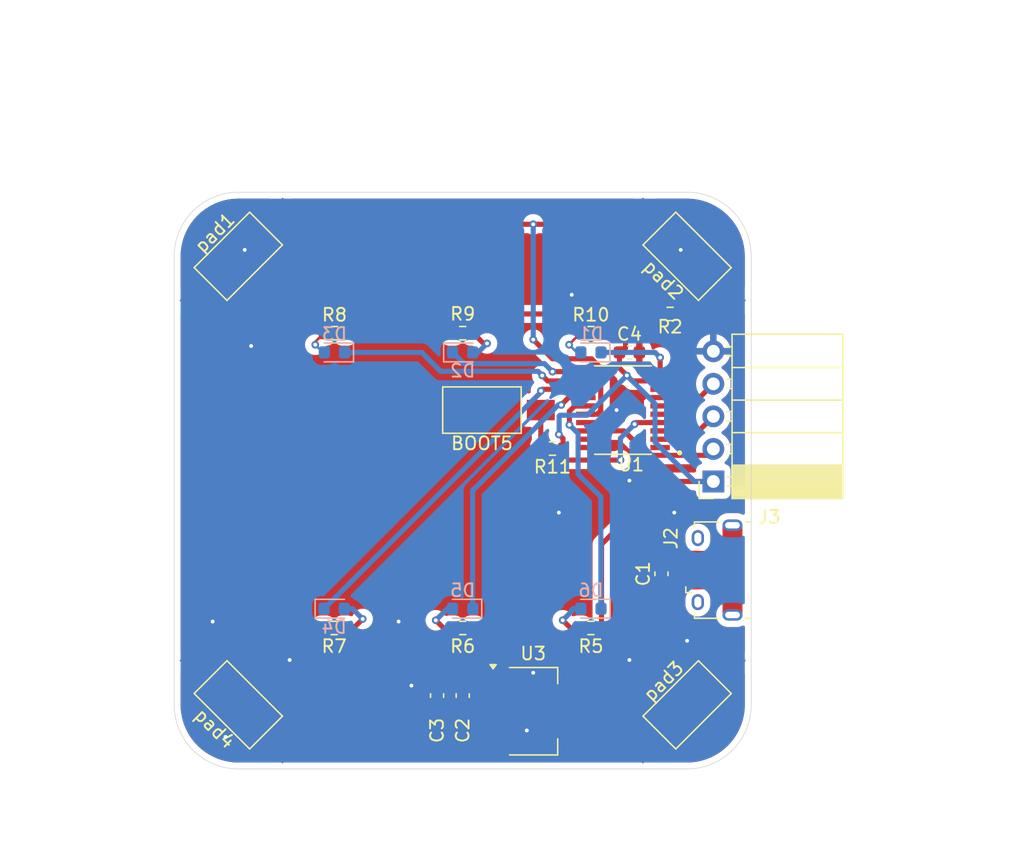
<source format=kicad_pcb>
(kicad_pcb (version 20240108) (generator "pcbnew") (generator_version "8.0")
  (layers (0 "F.Cu" signal) (31 "B.Cu" signal) (34 "B.Paste" user) (35 "F.Paste" user) (36 "B.SilkS" user "B.Silkscreen") (37 "F.SilkS" user "F.Silkscreen") (38 "B.Mask" user) (39 "F.Mask" user) (44 "Edge.Cuts" user))
  (net 0 "")
  (net 1 "GND")
  (net 3 "Net-(U1-PD7{slash}~{RST}{slash}T2CH4{slash}OPP1)")
  (net 4 "+5V")
  (net 5 "+3V3")
  (net 7 "Net-(D1-A)")
  (net 9 "LED1")
  (net 12 "LED2")
  (net 14 "Net-(D2-A)")
  (net 16 "Net-(D3-A)")
  (net 17 "LED3")
  (net 18 "Net-(D4-A)")
  (net 19 "LED4")
  (net 20 "LED5")
  (net 21 "Net-(D5-A)")
  (net 22 "Net-(D6-A)")
  (net 23 "LED6")
  (net 24 "D-")
  (net 26 "D+")
  (net 28 "URX")
  (net 29 "UTX")
  (net 30 "SWIO")
  (net 31 "BUTTON")
  (footprint "Capacitor_SMD:C_0603_1608Metric" (layer "F.Cu") (at 107.5 89.275 90)
    (property "Reference" "C2" (at -2.725 0 90) (layer "F.SilkS"))
    (property "Value" "C")
    (fp_line (start -0.14058 -0.51) (end 0.14058 -0.51) (stroke (width 0.12)) (layer "F.SilkS"))
    (fp_line (start -0.14058 0.51) (end 0.14058 0.51) (stroke (width 0.12)) (layer "F.SilkS"))
    (pad "1" smd roundrect (at -0.775 0 90) (size 0.9 0.95) (layers "F.Cu" "F.Paste" "F.Mask") (net 5 "+3V3"))
    (pad "2" smd roundrect (at 0.775 0 90) (size 0.9 0.95) (layers "F.Cu" "F.Paste" "F.Mask") (net 1 "GND"))
  )
  (footprint "Resistor_SMD:R_0603_1608Metric" (layer "F.Cu") (at 107.5 84 180)
    (property "Reference" "R6" (at 0 -1.43 0) (layer "F.SilkS"))
    (property "Value" "R_Small")
    (fp_line (start -0.237258 0.5225) (end 0.237258 0.5225) (stroke (width 0.12)) (layer "F.SilkS"))
    (fp_line (start -0.237258 -0.5225) (end 0.237258 -0.5225) (stroke (width 0.12)) (layer "F.SilkS"))
    (pad "1" smd roundrect (at -0.825 0 180) (size 0.8 0.95) (layers "F.Cu" "F.Paste" "F.Mask") (net 5 "+3V3"))
    (pad "2" smd roundrect (at 0.825 0 180) (size 0.8 0.95) (layers "F.Cu" "F.Paste" "F.Mask") (net 21 "Net-(D5-A)"))
  )
  (footprint "CH32V003F4P6:SOP65P640X121-20N" (layer "F.Cu") (at 120 67 180)
    (property "Reference" "U1" (at -0.645 -4.262 0) (layer "F.SilkS"))
    (property "Value" "CH32V003F4P6")
    (fp_line (start -2.2 3.45) (end 2.2 3.45) (stroke (width 0.127)) (layer "F.SilkS"))
    (fp_line (start -2.2 -3.45) (end 2.2 -3.45) (stroke (width 0.127)) (layer "F.SilkS"))
    (fp_circle (center -4.415 -3.335) (end -4.315 -3.335) (stroke (width 0.2)) (fill none) (layer "F.SilkS"))
    (pad "1" smd roundrect (at -2.895 -2.925 180) (size 1.52 0.41) (layers "F.Cu" "F.Paste" "F.Mask") (roundrect_rratio 0.06))
    (pad "2" smd roundrect (at -2.895 -2.275 180) (size 1.52 0.41) (layers "F.Cu" "F.Paste" "F.Mask") (roundrect_rratio 0.06) (net 29 "UTX"))
    (pad "3" smd roundrect (at -2.895 -1.625 180) (size 1.52 0.41) (layers "F.Cu" "F.Paste" "F.Mask") (roundrect_rratio 0.06) (net 28 "URX"))
    (pad "4" smd roundrect (at -2.895 -0.975 180) (size 1.52 0.41) (layers "F.Cu" "F.Paste" "F.Mask") (roundrect_rratio 0.06) (net 3 "Net-(U1-PD7{slash}~{RST}{slash}T2CH4{slash}OPP1)"))
    (pad "5" smd roundrect (at -2.895 -0.325 180) (size 1.52 0.41) (layers "F.Cu" "F.Paste" "F.Mask") (roundrect_rratio 0.06))
    (pad "6" smd roundrect (at -2.895 0.325 180) (size 1.52 0.41) (layers "F.Cu" "F.Paste" "F.Mask") (roundrect_rratio 0.06))
    (pad "7" smd roundrect (at -2.895 0.975 180) (size 1.52 0.41) (layers "F.Cu" "F.Paste" "F.Mask") (roundrect_rratio 0.06) (net 1 "GND"))
    (pad "8" smd roundrect (at -2.895 1.625 180) (size 1.52 0.41) (layers "F.Cu" "F.Paste" "F.Mask") (roundrect_rratio 0.06))
    (pad "9" smd roundrect (at -2.895 2.275 180) (size 1.52 0.41) (layers "F.Cu" "F.Paste" "F.Mask") (roundrect_rratio 0.06) (net 5 "+3V3"))
    (pad "10" smd roundrect (at -2.895 2.925 180) (size 1.52 0.41) (layers "F.Cu" "F.Paste" "F.Mask") (roundrect_rratio 0.06) (net 9 "LED1"))
    (pad "11" smd roundrect (at 2.895 2.925 180) (size 1.52 0.41) (layers "F.Cu" "F.Paste" "F.Mask") (roundrect_rratio 0.06) (net 12 "LED2"))
    (pad "12" smd roundrect (at 2.895 2.275 180) (size 1.52 0.41) (layers "F.Cu" "F.Paste" "F.Mask") (roundrect_rratio 0.06) (net 17 "LED3"))
    (pad "13" smd roundrect (at 2.895 1.625 180) (size 1.52 0.41) (layers "F.Cu" "F.Paste" "F.Mask") (roundrect_rratio 0.06) (net 19 "LED4"))
    (pad "14" smd roundrect (at 2.895 0.975 180) (size 1.52 0.41) (layers "F.Cu" "F.Paste" "F.Mask") (roundrect_rratio 0.06) (net 20 "LED5"))
    (pad "15" smd roundrect (at 2.895 0.325 180) (size 1.52 0.41) (layers "F.Cu" "F.Paste" "F.Mask") (roundrect_rratio 0.06) (net 23 "LED6"))
    (pad "16" smd roundrect (at 2.895 -0.325 180) (size 1.52 0.41) (layers "F.Cu" "F.Paste" "F.Mask") (roundrect_rratio 0.06) (net 31 "BUTTON"))
    (pad "17" smd roundrect (at 2.895 -0.975 180) (size 1.52 0.41) (layers "F.Cu" "F.Paste" "F.Mask") (roundrect_rratio 0.06))
    (pad "18" smd roundrect (at 2.895 -1.625 180) (size 1.52 0.41) (layers "F.Cu" "F.Paste" "F.Mask") (roundrect_rratio 0.06) (net 30 "SWIO"))
    (pad "19" smd roundrect (at 2.895 -2.275 180) (size 1.52 0.41) (layers "F.Cu" "F.Paste" "F.Mask") (roundrect_rratio 0.06))
    (pad "20" smd roundrect (at 2.895 -2.925 180) (size 1.52 0.41) (layers "F.Cu" "F.Paste" "F.Mask") (roundrect_rratio 0.06))
  )
  (footprint "Resistor_SMD:R_0603_1608Metric" (layer "F.Cu") (at 117.5 61)
    (property "Reference" "R10" (at 0 -1.43 0) (layer "F.SilkS"))
    (property "Value" "R_Small")
    (fp_line (start -0.237258 -0.5225) (end 0.237258 -0.5225) (stroke (width 0.12)) (layer "F.SilkS"))
    (fp_line (start -0.237258 0.5225) (end 0.237258 0.5225) (stroke (width 0.12)) (layer "F.SilkS"))
    (pad "1" smd roundrect (at -0.825 0) (size 0.8 0.95) (layers "F.Cu" "F.Paste" "F.Mask") (net 7 "Net-(D1-A)"))
    (pad "2" smd roundrect (at 0.825 0) (size 0.8 0.95) (layers "F.Cu" "F.Paste" "F.Mask") (net 5 "+3V3"))
  )
  (footprint "Button_Switch_SMD:SW_SPST_FSMSM" (layer "F.Cu") (at 109 67 180)
    (property "Reference" "BOOT5" (at 0 -2.6 0) (layer "F.SilkS"))
    (property "Value" "SW_Push")
    (fp_line (start 3.06 1.81) (end -3.06 1.81) (stroke (width 0.12)) (layer "F.SilkS"))
    (fp_line (start 3.06 -1.81) (end 3.06 1.81) (stroke (width 0.12)) (layer "F.SilkS"))
    (fp_line (start -3.06 1.81) (end -3.06 -1.81) (stroke (width 0.12)) (layer "F.SilkS"))
    (fp_line (start -3.06 -1.81) (end 3.06 -1.81) (stroke (width 0.12)) (layer "F.SilkS"))
    (pad "1" smd rect (at -4.59 0 180) (size 2.18 1.6) (layers "F.Cu" "F.Paste" "F.Mask") (net 3 "Net-(U1-PD7{slash}~{RST}{slash}T2CH4{slash}OPP1)"))
    (pad "2" smd rect (at 4.59 0 180) (size 2.18 1.6) (layers "F.Cu" "F.Paste" "F.Mask") (net 1 "GND"))
  )
  (footprint "Capacitor_SMD:C_0603_1608Metric" (layer "F.Cu") (at 105.5 89.275 90)
    (property "Reference" "C3" (at -2.725 0 90) (layer "F.SilkS"))
    (property "Value" "C")
    (fp_line (start -0.14058 -0.51) (end 0.14058 -0.51) (stroke (width 0.12)) (layer "F.SilkS"))
    (fp_line (start -0.14058 0.51) (end 0.14058 0.51) (stroke (width 0.12)) (layer "F.SilkS"))
    (pad "1" smd roundrect (at -0.775 0 90) (size 0.9 0.95) (layers "F.Cu" "F.Paste" "F.Mask") (net 5 "+3V3"))
    (pad "2" smd roundrect (at 0.775 0 90) (size 0.9 0.95) (layers "F.Cu" "F.Paste" "F.Mask") (net 1 "GND"))
  )
  (footprint "Resistor_SMD:R_0603_1608Metric" (layer "F.Cu") (at 123.675 59.5)
    (property "Reference" "R2" (at 0 1 0) (layer "F.SilkS"))
    (property "Value" "R_Small")
    (fp_line (start -0.237258 -0.5225) (end 0.237258 -0.5225) (stroke (width 0.12)) (layer "F.SilkS"))
    (fp_line (start -0.237258 0.5225) (end 0.237258 0.5225) (stroke (width 0.12)) (layer "F.SilkS"))
    (pad "1" smd roundrect (at -0.825 0) (size 0.8 0.95) (layers "F.Cu" "F.Paste" "F.Mask") (net 5 "+3V3"))
    (pad "2" smd roundrect (at 0.825 0) (size 0.8 0.95) (layers "F.Cu" "F.Paste" "F.Mask") (net 31 "BUTTON"))
  )
  (footprint "Connector_USB:USB_Micro-B_Amphenol_10118194_Horizontal" (layer "F.Cu") (at 127.23884 79.485996 90)
    (property "Reference" "J2" (at 2.485996 -3.5 90) (layer "F.SilkS"))
    (property "Value" "USB_B_Micro")
    (fp_line (start -1.31 -2.34) (end -1.76 -2.34) (stroke (width 0.12)) (layer "F.SilkS"))
    (fp_line (start -1.76 -1.89) (end -1.76 -2.34) (stroke (width 0.12)) (layer "F.SilkS"))
    (fp_line (start 3.76 -1.66) (end 3.34 -1.66) (stroke (width 0.12)) (layer "F.SilkS"))
    (fp_line (start -3.76 -1.66) (end -3.34 -1.66) (stroke (width 0.12)) (layer "F.SilkS"))
    (fp_line (start 3.76 0.32) (end 3.76 -1.66) (stroke (width 0.12)) (layer "F.SilkS"))
    (fp_line (start -3.76 0.32) (end -3.76 -1.66) (stroke (width 0.12)) (layer "F.SilkS"))
    (fp_line (start 3.76 2.29) (end 3.76 2.69) (stroke (width 0.12)) (layer "F.SilkS"))
    (fp_line (start -3.76 2.69) (end -3.76 2.29) (stroke (width 0.12)) (layer "F.SilkS"))
    (pad "1" smd roundrect (at -1.3 -1.4 90) (size 0.4 1.35) (layers "F.Cu" "F.Paste" "F.Mask") (net 4 "+5V"))
    (pad "2" smd roundrect (at -0.65 -1.4 90) (size 0.4 1.35) (layers "F.Cu" "F.Paste" "F.Mask") (net 24 "D-"))
    (pad "3" smd roundrect (at 0 -1.4 90) (size 0.4 1.35) (layers "F.Cu" "F.Paste" "F.Mask") (net 26 "D+"))
    (pad "4" smd roundrect (at 0.65 -1.4 90) (size 0.4 1.35) (layers "F.Cu" "F.Paste" "F.Mask"))
    (pad "5" smd roundrect (at 1.3 -1.4 90) (size 0.4 1.35) (layers "F.Cu" "F.Paste" "F.Mask") (net 1 "GND"))
    (pad "6" thru_hole oval (at -3.5 1.3 90) (size 0.89 1.55) (drill oval 0.5 1.15) (property pad_prop_heatsink) (layers "*.Cu" "*.Mask"))
    (pad "6" smd roundrect (at -3.025 1.3 90) (size 1.45 1.55) (layers "F.Cu" "F.Paste" "F.Mask") (roundrect_rratio 0.1724137931))
    (pad "6" thru_hole oval (at -2.5 -1.4 90) (size 1.25 0.95) (drill oval 0.85 0.55) (property pad_prop_heatsink) (layers "*.Cu" "*.Mask"))
    (pad "6" smd roundrect (at -1 1.3 90) (size 1.5 1.55) (layers "F.Cu" "F.Paste" "F.Mask") (roundrect_rratio 0.1666666667))
    (pad "6" smd roundrect (at 1 1.3 90) (size 1.5 1.55) (layers "F.Cu" "F.Paste" "F.Mask") (roundrect_rratio 0.1666666667))
    (pad "6" thru_hole oval (at 2.5 -1.4 90) (size 1.25 0.95) (drill oval 0.85 0.55) (property pad_prop_heatsink) (layers "*.Cu" "*.Mask"))
    (pad "6" smd roundrect (at 3.025 1.3 90) (size 1.45 1.55) (layers "F.Cu" "F.Paste" "F.Mask") (roundrect_rratio 0.1724137931))
    (pad "6" thru_hole oval (at 3.5 1.3 90) (size 0.89 1.55) (drill oval 0.5 1.15) (property pad_prop_heatsink) (layers "*.Cu" "*.Mask"))
  )
  (footprint "Package_TO_SOT_SMD:SOT-223-3_TabPin2" (layer "F.Cu") (at 113 90.5)
    (property "Reference" "U3" (at 0 -4.5 0) (layer "F.SilkS"))
    (property "Value" "AMS1117-3.3")
    (fp_line (start -1.85 -3.41) (end 1.91 -3.41) (stroke (width 0.12)) (layer "F.SilkS"))
    (fp_line (start -1.85 3.41) (end 1.91 3.41) (stroke (width 0.12)) (layer "F.SilkS"))
    (fp_line (start 1.91 -3.41) (end 1.91 -2.15) (stroke (width 0.12)) (layer "F.SilkS"))
    (fp_line (start 1.91 3.41) (end 1.91 2.15) (stroke (width 0.12)) (layer "F.SilkS"))
    (fp_poly (pts (xy -3.13 -3.31) (xy -3.37 -3.64) (xy -2.89 -3.64) (xy -3.13 -3.31)) (stroke (width 0.12)) (fill solid) (layer "F.SilkS"))
    (pad "1" smd roundrect (at -3.15 -2.3) (size 2 1.5) (layers "F.Cu" "F.Paste" "F.Mask") (net 1 "GND"))
    (pad "2" smd roundrect (at -3.15 0) (size 2 1.5) (layers "F.Cu" "F.Paste" "F.Mask") (net 5 "+3V3"))
    (pad "2" smd roundrect (at 3.15 0) (size 2 3.8) (layers "F.Cu" "F.Paste" "F.Mask") (net 5 "+3V3"))
    (pad "3" smd roundrect (at -3.15 2.3) (size 2 1.5) (layers "F.Cu" "F.Paste" "F.Mask") (net 4 "+5V"))
  )
  (footprint "Resistor_SMD:R_0603_1608Metric" (layer "F.Cu") (at 117.5 84 180)
    (property "Reference" "R5" (at 0 -1.43 0) (layer "F.SilkS"))
    (property "Value" "R_Small")
    (fp_line (start -0.237258 0.5225) (end 0.237258 0.5225) (stroke (width 0.12)) (layer "F.SilkS"))
    (fp_line (start -0.237258 -0.5225) (end 0.237258 -0.5225) (stroke (width 0.12)) (layer "F.SilkS"))
    (pad "1" smd roundrect (at -0.825 0 180) (size 0.8 0.95) (layers "F.Cu" "F.Paste" "F.Mask") (net 5 "+3V3"))
    (pad "2" smd roundrect (at 0.825 0 180) (size 0.8 0.95) (layers "F.Cu" "F.Paste" "F.Mask") (net 22 "Net-(D6-A)"))
  )
  (footprint "Resistor_SMD:R_0603_1608Metric" (layer "F.Cu") (at 97.475 84 180)
    (property "Reference" "R7" (at 0 -1.43 0) (layer "F.SilkS"))
    (property "Value" "R_Small")
    (fp_line (start -0.237258 0.5225) (end 0.237258 0.5225) (stroke (width 0.12)) (layer "F.SilkS"))
    (fp_line (start -0.237258 -0.5225) (end 0.237258 -0.5225) (stroke (width 0.12)) (layer "F.SilkS"))
    (pad "1" smd roundrect (at -0.825 0 180) (size 0.8 0.95) (layers "F.Cu" "F.Paste" "F.Mask") (net 18 "Net-(D4-A)"))
    (pad "2" smd roundrect (at 0.825 0 180) (size 0.8 0.95) (layers "F.Cu" "F.Paste" "F.Mask") (net 5 "+3V3"))
  )
  (footprint "Button_Switch_SMD:SW_SPST_FSMSM" (layer "F.Cu") (at 125 55 135)
    (property "Reference" "pad2" (at 0 -2.600001 135) (layer "F.SilkS"))
    (property "Value" "SW_Push")
    (fp_line (start 3.06 -1.81) (end 3.06 1.81) (stroke (width 0.12)) (layer "F.SilkS"))
    (fp_line (start 3.06 1.81) (end -3.06 1.81) (stroke (width 0.12)) (layer "F.SilkS"))
    (fp_line (start -3.06 -1.81) (end 3.06 -1.81) (stroke (width 0.12)) (layer "F.SilkS"))
    (fp_line (start -3.06 1.81) (end -3.06 -1.81) (stroke (width 0.12)) (layer "F.SilkS"))
    (pad "1" smd rect (at -4.59 0 135) (size 2.18 1.6) (layers "F.Cu" "F.Paste" "F.Mask") (net 31 "BUTTON"))
    (pad "2" smd rect (at 4.59 0 135) (size 2.18 1.6) (layers "F.Cu" "F.Paste" "F.Mask") (net 1 "GND"))
  )
  (footprint "Capacitor_SMD:C_0603_1608Metric" (layer "F.Cu") (at 120.5 62.5)
    (property "Reference" "C4" (at 0 -1.43 0) (layer "F.SilkS"))
    (property "Value" "C")
    (fp_line (start -0.14058 -0.51) (end 0.14058 -0.51) (stroke (width 0.12)) (layer "F.SilkS"))
    (fp_line (start -0.14058 0.51) (end 0.14058 0.51) (stroke (width 0.12)) (layer "F.SilkS"))
    (pad "1" smd roundrect (at -0.775 0) (size 0.9 0.95) (layers "F.Cu" "F.Paste" "F.Mask") (net 5 "+3V3"))
    (pad "2" smd roundrect (at 0.775 0) (size 0.9 0.95) (layers "F.Cu" "F.Paste" "F.Mask") (net 1 "GND"))
  )
  (footprint "Resistor_SMD:R_0603_1608Metric" (layer "F.Cu") (at 114.5 70 180)
    (property "Reference" "R11" (at 0 -1.43 0) (layer "F.SilkS"))
    (property "Value" "R_Small")
    (fp_line (start -0.237258 0.5225) (end 0.237258 0.5225) (stroke (width 0.12)) (layer "F.SilkS"))
    (fp_line (start -0.237258 -0.5225) (end 0.237258 -0.5225) (stroke (width 0.12)) (layer "F.SilkS"))
    (pad "1" smd roundrect (at -0.825 0 180) (size 0.8 0.95) (layers "F.Cu" "F.Paste" "F.Mask") (net 5 "+3V3"))
    (pad "2" smd roundrect (at 0.825 0 180) (size 0.8 0.95) (layers "F.Cu" "F.Paste" "F.Mask") (net 3 "Net-(U1-PD7{slash}~{RST}{slash}T2CH4{slash}OPP1)"))
  )
  (footprint "Connector_PinSocket_2.54mm:PinSocket_1x05_P2.54mm_Horizontal" (layer "F.Cu") (at 127.046187 72.57144 180)
    (property "Reference" "J3" (at -4.38 -2.77 0) (layer "F.SilkS"))
    (property "Value" "Conn_01x05_Pin")
    (fp_line (start 1.11 -1.33) (end 1.11 0) (stroke (width 0.12)) (layer "F.SilkS"))
    (fp_line (start 0 -1.33) (end 1.11 -1.33) (stroke (width 0.12)) (layer "F.SilkS"))
    (fp_line (start -1.46 10.52) (end -1.05 10.52) (stroke (width 0.12)) (layer "F.SilkS"))
    (fp_line (start -1.46 9.8) (end -1.05 9.8) (stroke (width 0.12)) (layer "F.SilkS"))
    (fp_line (start -1.46 7.98) (end -1.05 7.98) (stroke (width 0.12)) (layer "F.SilkS"))
    (fp_line (start -1.46 7.26) (end -1.05 7.26) (stroke (width 0.12)) (layer "F.SilkS"))
    (fp_line (start -1.46 5.44) (end -1.05 5.44) (stroke (width 0.12)) (layer "F.SilkS"))
    (fp_line (start -1.46 4.72) (end -1.05 4.72) (stroke (width 0.12)) (layer "F.SilkS"))
    (fp_line (start -1.46 2.9) (end -1.05 2.9) (stroke (width 0.12)) (layer "F.SilkS"))
    (fp_line (start -1.46 2.18) (end -1.05 2.18) (stroke (width 0.12)) (layer "F.SilkS"))
    (fp_line (start -1.46 0.36) (end -1.11 0.36) (stroke (width 0.12)) (layer "F.SilkS"))
    (fp_line (start -1.46 -0.36) (end -1.11 -0.36) (stroke (width 0.12)) (layer "F.SilkS"))
    (fp_line (start -1.46 -1.33) (end -1.46 11.49) (stroke (width 0.12)) (layer "F.SilkS"))
    (fp_line (start -10.09 11.49) (end -1.46 11.49) (stroke (width 0.12)) (layer "F.SilkS"))
    (fp_line (start -10.09 8.89) (end -1.46 8.89) (stroke (width 0.12)) (layer "F.SilkS"))
    (fp_line (start -10.09 6.35) (end -1.46 6.35) (stroke (width 0.12)) (layer "F.SilkS"))
    (fp_line (start -10.09 3.81) (end -1.46 3.81) (stroke (width 0.12)) (layer "F.SilkS"))
    (fp_line (start -10.09 1.27) (end -1.46 1.27) (stroke (width 0.12)) (layer "F.SilkS"))
    (fp_line (start -10.09 1.1519) (end -1.46 1.1519) (stroke (width 0.12)) (layer "F.SilkS"))
    (fp_line (start -10.09 1.033805) (end -1.46 1.033805) (stroke (width 0.12)) (layer "F.SilkS"))
    (fp_line (start -10.09 0.91571) (end -1.46 0.91571) (stroke (width 0.12)) (layer "F.SilkS"))
    (fp_line (start -10.09 0.797615) (end -1.46 0.797615) (stroke (width 0.12)) (layer "F.SilkS"))
    (fp_line (start -10.09 0.67952) (end -1.46 0.67952) (stroke (width 0.12)) (layer "F.SilkS"))
    (fp_line (start -10.09 0.561425) (end -1.46 0.561425) (stroke (width 0.12)) (layer "F.SilkS"))
    (fp_line (start -10.09 0.44333) (end -1.46 0.44333) (stroke (width 0.12)) (layer "F.SilkS"))
    (fp_line (start -10.09 0.325235) (end -1.46 0.325235) (stroke (width 0.12)) (layer "F.SilkS"))
    (fp_line (start -10.09 0.20714) (end -1.46 0.20714) (stroke (width 0.12)) (layer "F.SilkS"))
    (fp_line (start -10.09 0.089045) (end -1.46 0.089045) (stroke (width 0.12)) (layer "F.SilkS"))
    (fp_line (start -10.09 -0.02905) (end -1.46 -0.02905) (stroke (width 0.12)) (layer "F.SilkS"))
    (fp_line (start -10.09 -0.147145) (end -1.46 -0.147145) (stroke (width 0.12)) (layer "F.SilkS"))
    (fp_line (start -10.09 -0.26524) (end -1.46 -0.26524) (stroke (width 0.12)) (layer "F.SilkS"))
    (fp_line (start -10.09 -0.383335) (end -1.46 -0.383335) (stroke (width 0.12)) (layer "F.SilkS"))
    (fp_line (start -10.09 -0.50143) (end -1.46 -0.50143) (stroke (width 0.12)) (layer "F.SilkS"))
    (fp_line (start -10.09 -0.619525) (end -1.46 -0.619525) (stroke (width 0.12)) (layer "F.SilkS"))
    (fp_line (start -10.09 -0.73762) (end -1.46 -0.73762) (stroke (width 0.12)) (layer "F.SilkS"))
    (fp_line (start -10.09 -0.855715) (end -1.46 -0.855715) (stroke (width 0.12)) (layer "F.SilkS"))
    (fp_line (start -10.09 -0.97381) (end -1.46 -0.97381) (stroke (width 0.12)) (layer "F.SilkS"))
    (fp_line (start -10.09 -1.091905) (end -1.46 -1.091905) (stroke (width 0.12)) (layer "F.SilkS"))
    (fp_line (start -10.09 -1.21) (end -1.46 -1.21) (stroke (width 0.12)) (layer "F.SilkS"))
    (fp_line (start -10.09 -1.33) (end -1.46 -1.33) (stroke (width 0.12)) (layer "F.SilkS"))
    (fp_line (start -10.09 -1.33) (end -10.09 11.49) (stroke (width 0.12)) (layer "F.SilkS"))
    (pad "1" thru_hole rect (at 0 0 180) (size 1.7 1.7) (drill 1) (layers "*.Cu" "*.Mask") (net 5 "+3V3"))
    (pad "2" thru_hole oval (at 0 2.54 180) (size 1.7 1.7) (drill 1) (layers "*.Cu" "*.Mask") (net 30 "SWIO"))
    (pad "3" thru_hole oval (at 0 5.08 180) (size 1.7 1.7) (drill 1) (layers "*.Cu" "*.Mask") (net 29 "UTX"))
    (pad "4" thru_hole oval (at 0 7.62 180) (size 1.7 1.7) (drill 1) (layers "*.Cu" "*.Mask") (net 28 "URX"))
    (pad "5" thru_hole oval (at 0 10.16 180) (size 1.7 1.7) (drill 1) (layers "*.Cu" "*.Mask") (net 1 "GND"))
  )
  (footprint "Button_Switch_SMD:SW_SPST_FSMSM" (layer "F.Cu") (at 125 90 45)
    (property "Reference" "pad3" (at 0 -2.600001 45) (layer "F.SilkS"))
    (property "Value" "SW_Push")
    (fp_line (start -3.06 -1.81) (end 3.06 -1.81) (stroke (width 0.12)) (layer "F.SilkS"))
    (fp_line (start -3.06 1.81) (end -3.06 -1.81) (stroke (width 0.12)) (layer "F.SilkS"))
    (fp_line (start 3.06 -1.81) (end 3.06 1.81) (stroke (width 0.12)) (layer "F.SilkS"))
    (fp_line (start 3.06 1.81) (end -3.06 1.81) (stroke (width 0.12)) (layer "F.SilkS"))
    (pad "1" smd rect (at -4.59 0 45) (size 2.18 1.6) (layers "F.Cu" "F.Paste" "F.Mask") (net 31 "BUTTON"))
    (pad "2" smd rect (at 4.59 0 45) (size 2.18 1.6) (layers "F.Cu" "F.Paste" "F.Mask") (net 1 "GND"))
  )
  (footprint "Resistor_SMD:R_0603_1608Metric" (layer "F.Cu") (at 97.5 61)
    (property "Reference" "R8" (at 0 -1.43 0) (layer "F.SilkS"))
    (property "Value" "R_Small")
    (fp_line (start -0.237258 -0.5225) (end 0.237258 -0.5225) (stroke (width 0.12)) (layer "F.SilkS"))
    (fp_line (start -0.237258 0.5225) (end 0.237258 0.5225) (stroke (width 0.12)) (layer "F.SilkS"))
    (pad "1" smd roundrect (at -0.825 0) (size 0.8 0.95) (layers "F.Cu" "F.Paste" "F.Mask") (net 16 "Net-(D3-A)"))
    (pad "2" smd roundrect (at 0.825 0) (size 0.8 0.95) (layers "F.Cu" "F.Paste" "F.Mask") (net 5 "+3V3"))
  )
  (footprint "Resistor_SMD:R_0603_1608Metric" (layer "F.Cu") (at 107.5 61 180)
    (property "Reference" "R9" (at 0 1.5 0) (layer "F.SilkS"))
    (property "Value" "R_Small")
    (fp_line (start -0.237258 0.5225) (end 0.237258 0.5225) (stroke (width 0.12)) (layer "F.SilkS"))
    (fp_line (start -0.237258 -0.5225) (end 0.237258 -0.5225) (stroke (width 0.12)) (layer "F.SilkS"))
    (pad "1" smd roundrect (at -0.825 0 180) (size 0.8 0.95) (layers "F.Cu" "F.Paste" "F.Mask") (net 14 "Net-(D2-A)"))
    (pad "2" smd roundrect (at 0.825 0 180) (size 0.8 0.95) (layers "F.Cu" "F.Paste" "F.Mask") (net 5 "+3V3"))
  )
  (footprint "Button_Switch_SMD:SW_SPST_FSMSM" (layer "F.Cu") (at 90 55 45)
    (property "Reference" "pad1" (at 0 -2.600001 45) (layer "F.SilkS"))
    (property "Value" "SW_Push")
    (fp_line (start -3.06 -1.81) (end 3.06 -1.81) (stroke (width 0.12)) (layer "F.SilkS"))
    (fp_line (start -3.06 1.81) (end -3.06 -1.81) (stroke (width 0.12)) (layer "F.SilkS"))
    (fp_line (start 3.06 -1.81) (end 3.06 1.81) (stroke (width 0.12)) (layer "F.SilkS"))
    (fp_line (start 3.06 1.81) (end -3.06 1.81) (stroke (width 0.12)) (layer "F.SilkS"))
    (pad "1" smd rect (at -4.59 0 45) (size 2.18 1.6) (layers "F.Cu" "F.Paste" "F.Mask") (net 31 "BUTTON"))
    (pad "2" smd rect (at 4.59 0 45) (size 2.18 1.6) (layers "F.Cu" "F.Paste" "F.Mask") (net 1 "GND"))
  )
  (footprint "Capacitor_SMD:C_0603_1608Metric" (layer "F.Cu") (at 123 79.775 90)
    (property "Reference" "C1" (at 0 -1.43 90) (layer "F.SilkS"))
    (property "Value" "C")
    (fp_line (start -0.14058 -0.51) (end 0.14058 -0.51) (stroke (width 0.12)) (layer "F.SilkS"))
    (fp_line (start -0.14058 0.51) (end 0.14058 0.51) (stroke (width 0.12)) (layer "F.SilkS"))
    (pad "1" smd roundrect (at -0.775 0 90) (size 0.9 0.95) (layers "F.Cu" "F.Paste" "F.Mask") (net 4 "+5V"))
    (pad "2" smd roundrect (at 0.775 0 90) (size 0.9 0.95) (layers "F.Cu" "F.Paste" "F.Mask") (net 1 "GND"))
  )
  (footprint "Button_Switch_SMD:SW_SPST_FSMSM" (layer "F.Cu") (at 90 90 135)
    (property "Reference" "pad4" (at 0 -2.600001 135) (layer "F.SilkS"))
    (property "Value" "SW_Push")
    (fp_line (start 3.06 -1.81) (end 3.06 1.81) (stroke (width 0.12)) (layer "F.SilkS"))
    (fp_line (start 3.06 1.81) (end -3.06 1.81) (stroke (width 0.12)) (layer "F.SilkS"))
    (fp_line (start -3.06 -1.81) (end 3.06 -1.81) (stroke (width 0.12)) (layer "F.SilkS"))
    (fp_line (start -3.06 1.81) (end -3.06 -1.81) (stroke (width 0.12)) (layer "F.SilkS"))
    (pad "1" smd rect (at -4.59 0 135) (size 2.18 1.6) (layers "F.Cu" "F.Paste" "F.Mask") (net 31 "BUTTON"))
    (pad "2" smd rect (at 4.59 0 135) (size 2.18 1.6) (layers "F.Cu" "F.Paste" "F.Mask") (net 1 "GND"))
  )
  (footprint "LED_SMD:LED_0603_1608Metric" (layer "B.Cu") (at 97.475 82.5)
    (property "Reference" "D4" (at 0 1.43 180) (layer "B.SilkS") (effects (justify mirror)))
    (property "Value" "LED")
    (fp_line (start -1.485 -0.735) (end -1.485 0.735) (stroke (width 0.12)) (layer "B.SilkS"))
    (fp_line (start -1.485 0.735) (end 0.8 0.735) (stroke (width 0.12)) (layer "B.SilkS"))
    (fp_line (start 0.8 -0.735) (end -1.485 -0.735) (stroke (width 0.12)) (layer "B.SilkS"))
    (pad "1" smd roundrect (at -0.7875 0) (size 0.875 0.95) (layers "B.Cu" "B.Paste" "B.Mask") (net 19 "LED4"))
    (pad "2" smd roundrect (at 0.7875 0) (size 0.875 0.95) (layers "B.Cu" "B.Paste" "B.Mask") (net 18 "Net-(D4-A)"))
  )
  (footprint "LED_SMD:LED_0603_1608Metric" (layer "B.Cu") (at 117.5 82.5 180)
    (property "Reference" "D6" (at 0 1.43 0) (layer "B.SilkS") (effects (justify mirror)))
    (property "Value" "LED")
    (fp_line (start 0.8 -0.735) (end -1.485 -0.735) (stroke (width 0.12)) (layer "B.SilkS"))
    (fp_line (start -1.485 0.735) (end 0.8 0.735) (stroke (width 0.12)) (layer "B.SilkS"))
    (fp_line (start -1.485 -0.735) (end -1.485 0.735) (stroke (width 0.12)) (layer "B.SilkS"))
    (pad "1" smd roundrect (at -0.7875 0 180) (size 0.875 0.95) (layers "B.Cu" "B.Paste" "B.Mask") (net 23 "LED6"))
    (pad "2" smd roundrect (at 0.7875 0 180) (size 0.875 0.95) (layers "B.Cu" "B.Paste" "B.Mask") (net 22 "Net-(D6-A)"))
  )
  (footprint "LED_SMD:LED_0603_1608Metric" (layer "B.Cu") (at 107.5 82.5 180)
    (property "Reference" "D5" (at 0 1.43 0) (layer "B.SilkS") (effects (justify mirror)))
    (property "Value" "LED")
    (fp_line (start 0.8 -0.735) (end -1.485 -0.735) (stroke (width 0.12)) (layer "B.SilkS"))
    (fp_line (start -1.485 0.735) (end 0.8 0.735) (stroke (width 0.12)) (layer "B.SilkS"))
    (fp_line (start -1.485 -0.735) (end -1.485 0.735) (stroke (width 0.12)) (layer "B.SilkS"))
    (pad "1" smd roundrect (at -0.7875 0 180) (size 0.875 0.95) (layers "B.Cu" "B.Paste" "B.Mask") (net 20 "LED5"))
    (pad "2" smd roundrect (at 0.7875 0 180) (size 0.875 0.95) (layers "B.Cu" "B.Paste" "B.Mask") (net 21 "Net-(D5-A)"))
  )
  (footprint "LED_SMD:LED_0603_1608Metric" (layer "B.Cu") (at 117.5 62.5 180)
    (property "Reference" "D1" (at 0 1.43 0) (layer "B.SilkS") (effects (justify mirror)))
    (property "Value" "LED")
    (fp_line (start 0.8 -0.735) (end -1.485 -0.735) (stroke (width 0.12)) (layer "B.SilkS"))
    (fp_line (start -1.485 0.735) (end 0.8 0.735) (stroke (width 0.12)) (layer "B.SilkS"))
    (fp_line (start -1.485 -0.735) (end -1.485 0.735) (stroke (width 0.12)) (layer "B.SilkS"))
    (pad "1" smd roundrect (at -0.7875 0 180) (size 0.875 0.95) (layers "B.Cu" "B.Paste" "B.Mask") (net 9 "LED1"))
    (pad "2" smd roundrect (at 0.7875 0 180) (size 0.875 0.95) (layers "B.Cu" "B.Paste" "B.Mask") (net 7 "Net-(D1-A)"))
  )
  (footprint "LED_SMD:LED_0603_1608Metric" (layer "B.Cu") (at 97.5 62.5 180)
    (property "Reference" "D3" (at 0 1.43 0) (layer "B.SilkS") (effects (justify mirror)))
    (property "Value" "LED")
    (fp_line (start 0.8 -0.735) (end -1.485 -0.735) (stroke (width 0.12)) (layer "B.SilkS"))
    (fp_line (start -1.485 0.735) (end 0.8 0.735) (stroke (width 0.12)) (layer "B.SilkS"))
    (fp_line (start -1.485 -0.735) (end -1.485 0.735) (stroke (width 0.12)) (layer "B.SilkS"))
    (pad "1" smd roundrect (at -0.7875 0 180) (size 0.875 0.95) (layers "B.Cu" "B.Paste" "B.Mask") (net 17 "LED3"))
    (pad "2" smd roundrect (at 0.7875 0 180) (size 0.875 0.95) (layers "B.Cu" "B.Paste" "B.Mask") (net 16 "Net-(D3-A)"))
  )
  (footprint "LED_SMD:LED_0603_1608Metric" (layer "B.Cu") (at 107.5 62.5)
    (property "Reference" "D2" (at 0 1.43 180) (layer "B.SilkS") (effects (justify mirror)))
    (property "Value" "LED")
    (fp_line (start -1.485 -0.735) (end -1.485 0.735) (stroke (width 0.12)) (layer "B.SilkS"))
    (fp_line (start -1.485 0.735) (end 0.8 0.735) (stroke (width 0.12)) (layer "B.SilkS"))
    (fp_line (start 0.8 -0.735) (end -1.485 -0.735) (stroke (width 0.12)) (layer "B.SilkS"))
    (pad "1" smd roundrect (at -0.7875 0) (size 0.875 0.95) (layers "B.Cu" "B.Paste" "B.Mask") (net 12 "LED2"))
    (pad "2" smd roundrect (at 0.7875 0) (size 0.875 0.95) (layers "B.Cu" "B.Paste" "B.Mask") (net 14 "Net-(D2-A)"))
  )
  (gr_arc (start 85 55) (mid 86.464466 51.464466) (end 90 50) (stroke (width 0.05)) (layer "Edge.Cuts"))
  (gr_line (start 125 95) (end 90 95) (stroke (width 0.05)) (layer "Edge.Cuts"))
  (gr_line (start 85 90) (end 85 55) (stroke (width 0.05)) (layer "Edge.Cuts"))
  (gr_arc (start 90 95) (mid 86.464466 93.535534) (end 85 90) (stroke (width 0.05)) (layer "Edge.Cuts"))
  (gr_arc (start 130 90) (mid 128.535534 93.535534) (end 125 95) (stroke (width 0.05)) (layer "Edge.Cuts"))
  (gr_line (start 90 50) (end 125 50) (stroke (width 0.05)) (layer "Edge.Cuts"))
  (gr_arc (start 125 50) (mid 128.535534 51.464466) (end 130 55) (stroke (width 0.05)) (layer "Edge.Cuts"))
  (gr_line (start 130 55) (end 130 90) (stroke (width 0.05)) (layer "Edge.Cuts"))
  (segment (start 122.895 66.025) (end 123.975 66.025) (width 0.2) (layer "F.Cu") (net 1))
  (segment (start 124.185996 78.185996) (end 123.5 77.5) (width 0.4) (layer "F.Cu") (net 1))
  (segment (start 123.975 66.025) (end 125 65) (width 0.2) (layer "F.Cu") (net 1))
  (segment (start 125.83884 78.185996) (end 124.185996 78.185996) (width 0.4) (layer "F.Cu") (net 1))
  (via (at 112.5 92) (size 0.6) (drill 0.3) (layers "F.Cu" "B.Cu") (net 1))
  (via (at 124 75) (size 0.6) (drill 0.3) (layers "F.Cu" "B.Cu") (net 1))
  (via (at 90.5 54.5) (size 0.6) (drill 0.3) (layers "F.Cu" "B.Cu") (net 1))
  (via (at 116 58) (size 0.6) (drill 0.3) (layers "F.Cu" "B.Cu") (net 1))
  (via (at 125 85) (size 0.6) (drill 0.3) (layers "F.Cu" "B.Cu") (net 1))
  (via (at 103.5 88.5) (size 0.6) (drill 0.3) (layers "F.Cu" "B.Cu") (net 1))
  (via (at 124.5 54.5) (size 0.6) (drill 0.3) (layers "F.Cu" "B.Cu") (net 1))
  (via (at 89 92.5) (size 0.6) (drill 0.3) (layers "F.Cu" "B.Cu") (net 1))
  (via (at 120.5 72.5) (size 0.6) (drill 0.3) (layers "F.Cu" "B.Cu") (net 1))
  (via (at 102.5 83.5) (size 0.6) (drill 0.3) (layers "F.Cu" "B.Cu") (net 1))
  (via (at 119.5 67) (size 0.6) (drill 0.3) (layers "F.Cu" "B.Cu") (net 1))
  (via (at 88 83.5) (size 0.6) (drill 0.3) (layers "F.Cu" "B.Cu") (net 1))
  (via (at 94 86.5) (size 0.6) (drill 0.3) (layers "F.Cu" "B.Cu") (net 1))
  (via (at 113 87.5) (size 0.6) (drill 0.3) (layers "F.Cu" "B.Cu") (net 1))
  (via (at 115 75) (size 0.6) (drill 0.3) (layers "F.Cu" "B.Cu") (net 1))
  (via (at 91 62) (size 0.6) (drill 0.3) (layers "F.Cu" "B.Cu") (net 1))
  (via (at 120.5 86.5) (size 0.6) (drill 0.3) (layers "F.Cu" "B.Cu") (net 1))
  (segment (start 113.675 70) (end 114.575 70.9) (width 0.4) (layer "F.Cu") (net 3))
  (segment (start 113.59 69.915) (end 113.675 70) (width 0.4) (layer "F.Cu") (net 3))
  (segment (start 121.025 67.975) (end 122.895 67.975) (width 0.4) (layer "F.Cu") (net 3))
  (segment (start 120.9 68.1) (end 121.025 67.975) (width 0.4) (layer "F.Cu") (net 3))
  (segment (start 113.59 67) (end 113.59 69.915) (width 0.4) (layer "F.Cu") (net 3))
  (segment (start 114.575 70.9) (end 119.8 70.9) (width 0.4) (layer "F.Cu") (net 3))
  (via (at 120.9 68.1) (size 0.6) (drill 0.3) (layers "F.Cu" "B.Cu") (net 3))
  (via (at 119.8 70.9) (size 0.6) (drill 0.3) (layers "F.Cu" "B.Cu") (net 3))
  (segment (start 119.8 69.2) (end 120.9 68.1) (width 0.4) (layer "B.Cu") (net 3))
  (segment (start 119.8 70.9) (end 119.8 69.2) (width 0.4) (layer "B.Cu") (net 3))
  (segment (start 117 93) (end 116.8 92.8) (width 0.4) (layer "F.Cu") (net 4))
  (segment (start 123 87) (end 117 93) (width 0.4) (layer "F.Cu") (net 4))
  (segment (start 125.83884 80.785996) (end 123.235996 80.785996) (width 0.4) (layer "F.Cu") (net 4))
  (segment (start 123.235996 80.785996) (end 123 80.55) (width 0.4) (layer "F.Cu") (net 4))
  (segment (start 116.8 92.8) (end 109.85 92.8) (width 0.4) (layer "F.Cu") (net 4))
  (segment (start 123 80.55) (end 123 87) (width 0.4) (layer "F.Cu") (net 4))
  (segment (start 102.7 86) (end 100.25 88.45) (width 0.4) (layer "F.Cu") (net 5))
  (segment (start 118.325 84) (end 118.325 77.475) (width 0.4) (layer "F.Cu") (net 5))
  (segment (start 120.2 61) (end 120.5 61) (width 0.4) (layer "F.Cu") (net 5))
  (segment (start 118.325 84) (end 118.325 88.325) (width 0.4) (layer "F.Cu") (net 5))
  (segment (start 118.325 88.325) (end 116.15 90.5) (width 0.4) (layer "F.Cu") (net 5))
  (segment (start 120.5 61) (end 122 59.5) (width 0.4) (layer "F.Cu") (net 5))
  (segment (start 108.325 84) (end 106.325 86) (width 0.4) (layer "F.Cu") (net 5))
  (segment (start 118.325 77.475) (end 123.22856 72.57144) (width 0.4) (layer "F.Cu") (net 5))
  (segment (start 105.5 90.05) (end 107.5 90.05) (width 0.4) (layer "F.Cu") (net 5))
  (segment (start 100.25 88.45) (end 96.65 84.85) (width 0.4) (layer "F.Cu") (net 5))
  (segment (start 116.15 90.5) (end 109.85 90.5) (width 0.4) (layer "F.Cu") (net 5))
  (segment (start 118.325 61) (end 120.2 61) (width 0.4) (layer "F.Cu") (net 5))
  (segment (start 105.5 90.05) (end 101.85 90.05) (width 0.4) (layer "F.Cu") (net 5))
  (segment (start 96.65 84.85) (end 96.65 84) (width 0.4) (layer "F.Cu") (net 5))
  (segment (start 118.325 61) (end 116.825 59.5) (width 0.4) (layer "F.Cu") (net 5))
  (segment (start 106.675 61) (end 98.325 61) (width 0.4) (layer "F.Cu") (net 5))
  (segment (start 115.325 69.225) (end 115 68.9) (width 0.4) (layer "F.Cu") (net 5))
  (segment (start 122 59.5) (end 122.85 59.5) (width 0.4) (layer "F.Cu") (net 5))
  (segment (start 115.325 70) (end 115.325 69.225) (width 0.4) (layer "F.Cu") (net 5))
  (segment (start 120.725 64.725) (end 119.725 63.725) (width 0.4) (layer "F.Cu") (net 5))
  (segment (start 120.2 62.15) (end 119.85 62.5) (width 0.4) (layer "F.Cu") (net 5))
  (segment (start 107.5 90.05) (end 109.4 90.05) (width 0.4) (layer "F.Cu") (net 5))
  (segment (start 109.4 90.05) (end 109.85 90.5) (width 0.4) (layer "F.Cu") (net 5))
  (segment (start 122.895 64.725) (end 120.725 64.725) (width 0.4) (layer "F.Cu") (net 5))
  (segment (start 120.2 61) (end 120.2 62.15) (width 0.4) (layer "F.Cu") (net 5))
  (segment (start 119.725 63.725) (end 119.725 62.5) (width 0.4) (layer "F.Cu") (net 5))
  (segment (start 108.175 59.5) (end 106.675 61) (width 0.4) (layer "F.Cu") (net 5))
  (segment (start 101.85 90.05) (end 100.25 88.45) (width 0.4) (layer "F.Cu") (net 5))
  (segment (start 116.825 59.5) (end 108.175 59.5) (width 0.4) (layer "F.Cu") (net 5))
  (segment (start 119.85 62.5) (end 119.725 62.5) (width 0.4) (layer "F.Cu") (net 5))
  (segment (start 123.22856 72.57144) (end 127.046187 72.57144) (width 0.4) (layer "F.Cu") (net 5))
  (segment (start 106.325 86) (end 102.7 86) (width 0.4) (layer "F.Cu") (net 5))
  (via (at 115 68.9) (size 0.6) (drill 0.3) (layers "F.Cu" "B.Cu") (net 5))
  (via (at 120.3 64.3) (size 0.6) (drill 0.3) (layers "F.Cu" "B.Cu") (net 5))
  (segment (start 125.57144 72.57144) (end 122.5 69.5) (width 0.4) (layer "B.Cu") (net 5))
  (segment (start 117.2 67.4) (end 120.3 64.3) (width 0.4) (layer "B.Cu") (net 5))
  (segment (start 122.5 66.5) (end 120.3 64.3) (width 0.4) (layer "B.Cu") (net 5))
  (segment (start 127.046187 72.57144) (end 125.57144 72.57144) (width 0.4) (layer "B.Cu") (net 5))
  (segment (start 115.022727 68.877273) (end 115.022727 67.477273) (width 0.4) (layer "B.Cu") (net 5))
  (segment (start 115.022727 67.477273) (end 115.1 67.4) (width 0.4) (layer "B.Cu") (net 5))
  (segment (start 122.5 69.5) (end 122.5 66.5) (width 0.4) (layer "B.Cu") (net 5))
  (segment (start 115 68.9) (end 115.022727 68.877273) (width 0.4) (layer "B.Cu") (net 5))
  (segment (start 115.1 67.4) (end 117.2 67.4) (width 0.4) (layer "B.Cu") (net 5))
  (segment (start 115.8 61.9) (end 115.8 61.875) (width 0.2) (layer "F.Cu") (net 7))
  (segment (start 115.8 61.875) (end 116.675 61) (width 0.2) (layer "F.Cu") (net 7))
  (via (at 115.8 61.9) (size 0.6) (drill 0.3) (layers "F.Cu" "B.Cu") (net 7))
  (segment (start 116.725 62.5) (end 116.4 62.5) (width 0.2) (layer "B.Cu") (net 7))
  (segment (start 116.4 62.5) (end 115.8 61.9) (width 0.2) (layer "B.Cu") (net 7))
  (segment (start 122.9 64.07) (end 122.895 64.075) (width 0.4) (layer "F.Cu") (net 9))
  (segment (start 122.9 62.9) (end 122.9 64.07) (width 0.4) (layer "F.Cu") (net 9))
  (via (at 122.9 62.9) (size 0.6) (drill 0.3) (layers "F.Cu" "B.Cu") (net 9))
  (segment (start 118.275 62.5) (end 122.5 62.5) (width 0.4) (layer "B.Cu") (net 9))
  (segment (start 122.5 62.5) (end 122.9 62.9) (width 0.4) (layer "B.Cu") (net 9))
  (segment (start 114.5 64) (end 117.03 64) (width 0.4) (layer "F.Cu") (net 12))
  (segment (start 117.03 64) (end 117.105 64.075) (width 0.4) (layer "F.Cu") (net 12))
  (via (at 114.5 64) (size 0.6) (drill 0.3) (layers "F.Cu" "B.Cu") (net 12))
  (segment (start 106.725 62.5) (end 107.6 63.375) (width 0.4) (layer "B.Cu") (net 12))
  (segment (start 113.875 63.375) (end 114.5 64) (width 0.4) (layer "B.Cu") (net 12))
  (segment (start 107.6 63.375) (end 113.875 63.375) (width 0.4) (layer "B.Cu") (net 12))
  (segment (start 109.4 61.8) (end 109.125 61.8) (width 0.4) (layer "F.Cu") (net 14))
  (segment (start 109.125 61.8) (end 108.325 61) (width 0.4) (layer "F.Cu") (net 14))
  (via (at 109.4 61.8) (size 0.6) (drill 0.3) (layers "F.Cu" "B.Cu") (net 14))
  (segment (start 108.7 62.5) (end 109.4 61.8) (width 0.4) (layer "B.Cu") (net 14))
  (segment (start 108.275 62.5) (end 108.7 62.5) (width 0.4) (layer "B.Cu") (net 14))
  (segment (start 96 61.675) (end 96.675 61) (width 0.2) (layer "F.Cu") (net 16))
  (segment (start 96 61.9) (end 96 61.675) (width 0.2) (layer "F.Cu") (net 16))
  (via (at 96 61.9) (size 0.6) (drill 0.3) (layers "F.Cu" "B.Cu") (net 16))
  (segment (start 96.725 62.5) (end 96.5 62.5) (width 0.2) (layer "B.Cu") (net 16))
  (segment (start 96.725 62.5) (end 96.6 62.5) (width 0.2) (layer "B.Cu") (net 16))
  (segment (start 96.6 62.5) (end 96 61.9) (width 0.2) (layer "B.Cu") (net 16))
  (segment (start 114.125 64.725) (end 117.105 64.725) (width 0.4) (layer "F.Cu") (net 17))
  (segment (start 113.7 64.3) (end 114.125 64.725) (width 0.4) (layer "F.Cu") (net 17))
  (via (at 113.7 64.3) (size 0.6) (drill 0.3) (layers "F.Cu" "B.Cu") (net 17))
  (segment (start 105.775 63.975) (end 113.375 63.975) (width 0.4) (layer "B.Cu") (net 17))
  (segment (start 98.275 62.5) (end 104.3 62.5) (width 0.4) (layer "B.Cu") (net 17))
  (segment (start 105.5 63.7) (end 105.775 63.975) (width 0.4) (layer "B.Cu") (net 17))
  (segment (start 113.375 63.975) (end 113.7 64.3) (width 0.4) (layer "B.Cu") (net 17))
  (segment (start 104.3 62.5) (end 105.5 63.7) (width 0.4) (layer "B.Cu") (net 17))
  (segment (start 98.3 84) (end 99 84) (width 0.4) (layer "F.Cu") (net 18))
  (segment (start 99 84) (end 99.7 83.3) (width 0.4) (layer "F.Cu") (net 18))
  (via (at 99.7 83.3) (size 0.6) (drill 0.3) (layers "F.Cu" "B.Cu") (net 18))
  (segment (start 98.9 82.5) (end 98.25 82.5) (width 0.4) (layer "B.Cu") (net 18))
  (segment (start 99.7 83.3) (end 98.9 82.5) (width 0.4) (layer "B.Cu") (net 18))
  (segment (start 113.725 65.375) (end 117.105 65.375) (width 0.4) (layer "F.Cu") (net 19))
  (segment (start 113.6 65.5) (end 113.725 65.375) (width 0.4) (layer "F.Cu") (net 19))
  (via (at 113.6 65.5) (size 0.6) (drill 0.3) (layers "F.Cu" "B.Cu") (net 19))
  (segment (start 113.6 65.6) (end 113.6 65.5) (width 0.4) (layer "B.Cu") (net 19))
  (segment (start 96.7 82.5) (end 113.6 65.6) (width 0.4) (layer "B.Cu") (net 19))
  (segment (start 115.180002 66.6) (end 115.755002 66.025) (width 0.4) (layer "F.Cu") (net 20))
  (segment (start 115.755002 66.025) (end 117.105 66.025) (width 0.4) (layer "F.Cu") (net 20))
  (via (at 115.180002 66.6) (size 0.6) (drill 0.3) (layers "F.Cu" "B.Cu") (net 20))
  (segment (start 114.951472 66.6) (end 115.180002 66.6) (width 0.4) (layer "B.Cu") (net 20))
  (segment (start 108.275 73.276472) (end 114.951472 66.6) (width 0.4) (layer "B.Cu") (net 20))
  (segment (start 108.275 82.5) (end 108.275 73.276472) (width 0.4) (layer "B.Cu") (net 20))
  (segment (start 106.675 84) (end 106 84) (width 0.4) (layer "F.Cu") (net 21))
  (segment (start 106 84) (end 105.4 83.4) (width 0.4) (layer "F.Cu") (net 21))
  (via (at 105.4 83.4) (size 0.6) (drill 0.3) (layers "F.Cu" "B.Cu") (net 21))
  (segment (start 105.4 83.4) (end 106.3 82.5) (width 0.4) (layer "B.Cu") (net 21))
  (segment (start 106.3 82.5) (end 106.725 82.5) (width 0.4) (layer "B.Cu") (net 21))
  (segment (start 116.675 84) (end 115.9 84) (width 0.4) (layer "F.Cu") (net 22))
  (segment (start 115.9 84) (end 115.3 83.4) (width 0.4) (layer "F.Cu") (net 22))
  (via (at 115.3 83.4) (size 0.6) (drill 0.3) (layers "F.Cu" "B.Cu") (net 22))
  (segment (start 116 82.6) (end 116.1 82.5) (width 0.4) (layer "B.Cu") (net 22))
  (segment (start 116.1 82.5) (end 116.725 82.5) (width 0.4) (layer "B.Cu") (net 22))
  (segment (start 116 82.7) (end 116 82.6) (width 0.4) (layer "B.Cu") (net 22))
  (segment (start 115.3 83.4) (end 116 82.7) (width 0.4) (layer "B.Cu") (net 22))
  (segment (start 116.238042 66.675) (end 115.821261 67.091781) (width 0.4) (layer "F.Cu") (net 23))
  (segment (start 117.105 66.675) (end 116.238042 66.675) (width 0.4) (layer "F.Cu") (net 23))
  (segment (start 115.821261 67.091781) (end 115.821261 68.15) (width 0.4) (layer "F.Cu") (net 23))
  (via (at 115.821261 68.15) (size 0.6) (drill 0.3) (layers "F.Cu" "B.Cu") (net 23))
  (segment (start 116.5 72) (end 116.5 68.828739) (width 0.4) (layer "B.Cu") (net 23))
  (segment (start 116.5 68.828739) (end 115.821261 68.15) (width 0.4) (layer "B.Cu") (net 23))
  (segment (start 118.275 73.775) (end 116.5 72) (width 0.4) (layer "B.Cu") (net 23))
  (segment (start 118.275 82.5) (end 118.275 73.775) (width 0.4) (layer "B.Cu") (net 23))
  (segment (start 122.895 68.625) (end 123.761958 68.625) (width 0.4) (layer "F.Cu") (net 28))
  (segment (start 125.997627 66) (end 127.046187 64.95144) (width 0.4) (layer "F.Cu") (net 28))
  (segment (start 123.761958 68.625) (end 125 67.386958) (width 0.4) (layer "F.Cu") (net 28))
  (segment (start 125 67.386958) (end 125 66.5) (width 0.4) (layer "F.Cu") (net 28))
  (segment (start 125.5 66) (end 125.997627 66) (width 0.4) (layer "F.Cu") (net 28))
  (segment (start 125 66.5) (end 125.5 66) (width 0.4) (layer "F.Cu") (net 28))
  (segment (start 125.262627 69.275) (end 127.046187 67.49144) (width 0.4) (layer "F.Cu") (net 29))
  (segment (start 122.895 69.275) (end 125.262627 69.275) (width 0.4) (layer "F.Cu") (net 29))
  (segment (start 121.5 70.046958) (end 121.5 70.5) (width 0.4) (layer "F.Cu") (net 30))
  (segment (start 121.53 70.53) (end 126.547627 70.53) (width 0.4) (layer "F.Cu") (net 30))
  (segment (start 121.5 70.5) (end 121.53 70.53) (width 0.4) (layer "F.Cu") (net 30))
  (segment (start 120.078042 68.625) (end 121.5 70.046958) (width 0.4) (layer "F.Cu") (net 30))
  (segment (start 126.547627 70.53) (end 127.046187 70.03144) (width 0.4) (layer "F.Cu") (net 30))
  (segment (start 117.105 68.625) (end 120.078042 68.625) (width 0.4) (layer "F.Cu") (net 30))
  (segment (start 114.5 63) (end 113 61.5) (width 0.4) (layer "F.Cu") (net 31))
  (segment (start 118.265 67.031958) (end 118.265 63.718042) (width 0.4) (layer "F.Cu") (net 31))
  (segment (start 117.105 67.325) (end 117.971958 67.325) (width 0.4) (layer "F.Cu") (net 31))
  (segment (start 92.5 92.5) (end 92.5 84) (width 0.4) (layer "F.Cu") (net 31))
  (segment (start 92.5 84) (end 86.75438 78.25438) (width 0.4) (layer "F.Cu") (net 31))
  (segment (start 117.5 52.5) (end 123.24562 58.24562) (width 0.4) (layer "F.Cu") (net 31))
  (segment (start 124.5 58.24562) (end 128.24562 58.24562) (width 0.4) (layer "F.Cu") (net 31))
  (segment (start 121.75438 93.24562) (end 120.983633 94.016367) (width 0.4) (layer "F.Cu") (net 31))
  (segment (start 117.546958 63) (end 114.5 63) (width 0.4) (layer "F.Cu") (net 31))
  (segment (start 124.5 59.5) (end 124.5 58.24562) (width 0.4) (layer "F.Cu") (net 31))
  (segment (start 94.016367 94.016367) (end 93.24562 93.24562) (width 0.4) (layer "F.Cu") (net 31))
  (segment (start 90.75438 58.24562) (end 96.5 52.5) (width 0.4) (layer "F.Cu") (net 31))
  (segment (start 117.971958 67.325) (end 118.265 67.031958) (width 0.4) (layer "F.Cu") (net 31))
  (segment (start 96.5 52.5) (end 113 52.5) (width 0.4) (layer "F.Cu") (net 31))
  (segment (start 123.24562 58.24562) (end 124.5 58.24562) (width 0.4) (layer "F.Cu") (net 31))
  (segment (start 93.24562 93.24562) (end 92.5 92.5) (width 0.4) (layer "F.Cu") (net 31))
  (segment (start 120.983633 94.016367) (end 94.016367 94.016367) (width 0.4) (layer "F.Cu") (net 31))
  (segment (start 86.75438 58.24562) (end 90.75438 58.24562) (width 0.4) (layer "F.Cu") (net 31))
  (segment (start 86.75438 78.25438) (end 86.75438 58.24562) (width 0.4) (layer "F.Cu") (net 31))
  (segment (start 113 52.5) (end 117.5 52.5) (width 0.4) (layer "F.Cu") (net 31))
  (segment (start 118.265 63.718042) (end 117.546958 63) (width 0.4) (layer "F.Cu") (net 31))
  (via (at 113 61.5) (size 0.6) (drill 0.3) (layers "F.Cu" "B.Cu") (net 31))
  (via (at 113 52.5) (size 0.6) (drill 0.3) (layers "F.Cu" "B.Cu") (net 31))
  (segment (start 113 52.5) (end 113 61.5) (width 0.4) (layer "B.Cu") (net 31))
  (zone (net 1) (net_name "GND") (layers "F&B.Cu") (connect_pads (clearance 0.5)) (min_thickness 0.25) (fill yes (thermal_gap 0.5) (thermal_bridge_width 0.5))
    (polygon (pts (xy 80 35) (xy 135 35) (xy 135 100) (xy 80 100)))
  )
)
</source>
